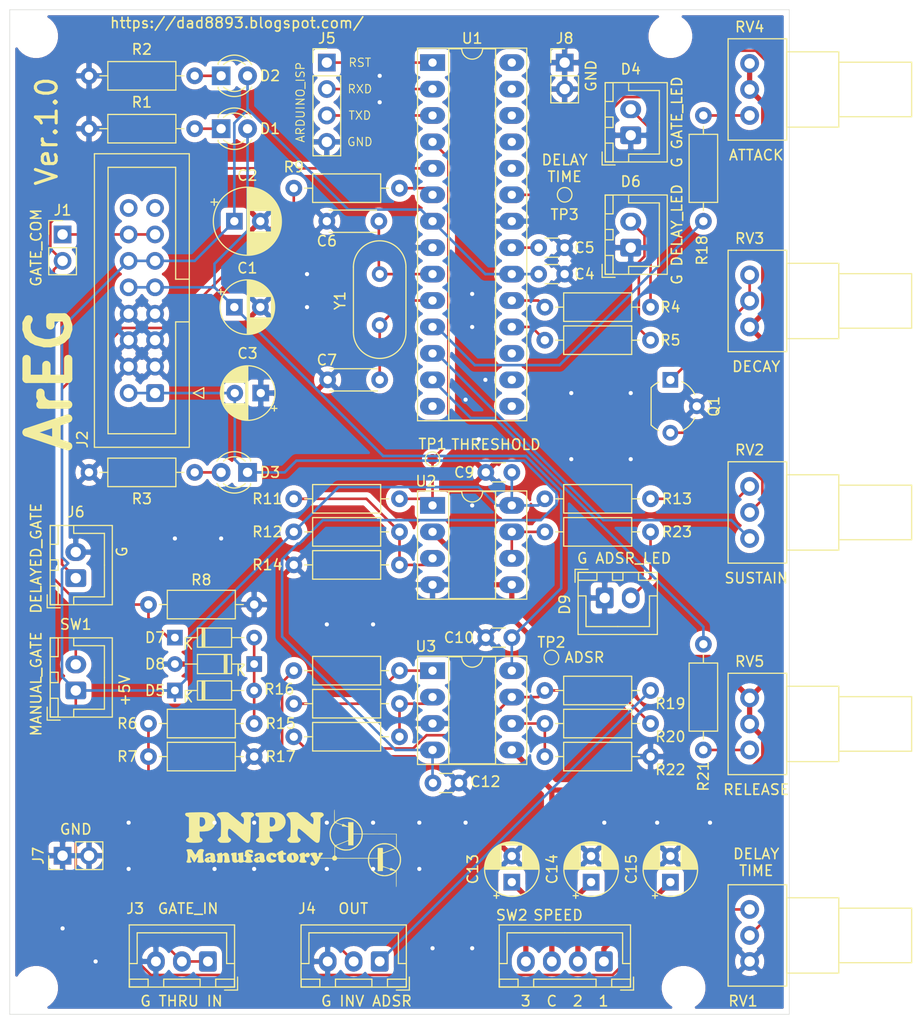
<source format=kicad_pcb>
(kicad_pcb (version 20171130) (host pcbnew "(5.1.10)-1")
  (title_block (title ArEG) (date 2021-12-16) (rev Ver.1.0) (company "PNPN Manufactory"))
  (layers (0 F.Cu signal) (31 B.Cu signal) (34 B.Paste user) (35 F.Paste user) (36 B.SilkS user) (37 F.SilkS user) (38 B.Mask user) (39 F.Mask user) (44 Edge.Cuts user))
  (net 0 "")
  (net 1 GND)
  (net 2 +12V)
  (net 3 +5V)
  (net 4 -12V)
  (net 5 "Net-(C5-Pad2)")
  (net 6 "Net-(C6-Pad2)")
  (net 7 "Net-(C7-Pad1)")
  (net 8 Delay_Time)
  (net 9 "Net-(C13-Pad1)")
  (net 10 "Net-(C14-Pad1)")
  (net 11 "Net-(C15-Pad1)")
  (net 12 "Net-(D1-Pad1)")
  (net 13 "Net-(D2-Pad1)")
  (net 14 "Net-(D3-Pad2)")
  (net 15 "Net-(D4-Pad2)")
  (net 16 "Net-(D5-Pad2)")
  (net 17 "Net-(D6-Pad2)")
  (net 18 Gate_Com)
  (net 19 "Net-(D9-Pad2)")
  (net 20 "Net-(J1-Pad1)")
  (net 21 "Net-(J3-Pad1)")
  (net 22 /TXD)
  (net 23 /RXD)
  (net 24 /RST)
  (net 25 "Net-(Q1-Pad1)")
  (net 26 "Net-(Q1-Pad3)")
  (net 27 Gate_LED)
  (net 28 Delayed_LED)
  (net 29 Delayed_Gate)
  (net 30 "Net-(R11-Pad2)")
  (net 31 Threshold)
  (net 32 "Net-(R13-Pad2)")
  (net 33 "Net-(R15-Pad2)")
  (net 34 "Net-(R15-Pad1)")
  (net 35 "Net-(R17-Pad2)")
  (net 36 Attack)
  (net 37 "Net-(R18-Pad1)")
  (net 38 "Net-(R20-Pad2)")
  (net 39 Release)
  (net 40 "Net-(R21-Pad1)")
  (net 41 "Net-(R23-Pad1)")
  (net 42 Decay)
  (net 43 "Net-(RV3-Pad1)")
  (net 44 /ADSR/ADSR_OUT)
  (net 45 /ADSR/INV_OUT)
  (net 46 "Net-(J6-Pad1)")
  (module myfootprint:Silk_PNPN_Thyristor_1200dpi (layer F.Cu) (at 132.715 126.365)
    (fp_text reference G*** hide)
    (fp_text value LOGO hide)
  )
  (module myfootprint:Silk_PNPN_Manufactory_600dpi (layer F.Cu) (at 122.555 125.095)
    (fp_text reference G*** hide)
    (fp_text value LOGO hide)
  )
  (module MountingHole:MountingHole_3.2mm_M3 (layer F.Cu) (at 163.83 139.7)
    (fp_text reference H4)
    (fp_text value MountingHole)
    (pad 1 np_thru_hole circle (at 0 0) (size 3.2 3.2) (drill 3.2) (layers *.Cu *.Mask))
  )
  (module MountingHole:MountingHole_3.2mm_M3 (layer F.Cu) (at 162.56 48.26)
    (fp_text reference H3)
    (fp_text value MountingHole)
    (pad 1 np_thru_hole circle (at 0 0) (size 3.2 3.2) (drill 3.2) (layers *.Cu *.Mask))
  )
  (module MountingHole:MountingHole_3.2mm_M3 (layer F.Cu) (at 101.6 139.7)
    (fp_text reference H2)
    (fp_text value MountingHole)
    (pad 1 np_thru_hole circle (at 0 0) (size 3.2 3.2) (drill 3.2) (layers *.Cu *.Mask))
  )
  (module MountingHole:MountingHole_3.2mm_M3 (layer F.Cu) (at 101.6 48.26)
    (fp_text reference H1)
    (fp_text value MountingHole)
    (pad 1 np_thru_hole circle (at 0 0) (size 3.2 3.2) (drill 3.2) (layers *.Cu *.Mask))
  )
  (module Package_DIP:DIP-8_W7.62mm_Socket_LongPads (layer F.Cu) (at 139.7 109.22)
    (fp_text reference U3 (at -0.635 -2.33) (layer F.SilkS))
    (fp_text value TL072)
    (pad 8 thru_hole oval (at 7.62 0) (size 2.4 1.6) (drill 0.8) (layers *.Cu *.Mask) (net 2 +12V))
    (pad 4 thru_hole oval (at 0 7.62) (size 2.4 1.6) (drill 0.8) (layers *.Cu *.Mask) (net 4 -12V))
    (pad 7 thru_hole oval (at 7.62 2.54) (size 2.4 1.6) (drill 0.8) (layers *.Cu *.Mask) (net 35 "Net-(R17-Pad2)"))
    (pad 3 thru_hole oval (at 0 5.08) (size 2.4 1.6) (drill 0.8) (layers *.Cu *.Mask) (net 1 GND))
    (pad 6 thru_hole oval (at 7.62 5.08) (size 2.4 1.6) (drill 0.8) (layers *.Cu *.Mask) (net 38 "Net-(R20-Pad2)"))
    (pad 2 thru_hole oval (at 0 2.54) (size 2.4 1.6) (drill 0.8) (layers *.Cu *.Mask) (net 33 "Net-(R15-Pad2)"))
    (pad 5 thru_hole oval (at 7.62 7.62) (size 2.4 1.6) (drill 0.8) (layers *.Cu *.Mask) (net 43 "Net-(RV3-Pad1)"))
    (pad 1 thru_hole rect (at 0 0) (size 2.4 1.6) (drill 0.8) (layers *.Cu *.Mask) (net 34 "Net-(R15-Pad1)"))
  )
  (module Connector_PinHeader_2.54mm:PinHeader_1x02_P2.54mm_Vertical (layer F.Cu) (at 152.4 50.8)
    (fp_text reference J8 (at 0 -2.33) (layer F.SilkS))
    (fp_text value TP_GND)
    (pad 2 thru_hole oval (at 0 2.54) (size 1.7 1.7) (drill 1) (layers *.Cu *.Mask) (net 1 GND))
    (pad 1 thru_hole rect (at 0 0) (size 1.7 1.7) (drill 1) (layers *.Cu *.Mask) (net 1 GND))
  )
  (module Connector_PinHeader_2.54mm:PinHeader_1x02_P2.54mm_Vertical (layer F.Cu) (at 104.14 127 90)
    (fp_text reference J7 (at 0 -2.33 90) (layer F.SilkS))
    (fp_text value TP_GND)
    (pad 2 thru_hole oval (at 0 2.54 90) (size 1.7 1.7) (drill 1) (layers *.Cu *.Mask) (net 1 GND))
    (pad 1 thru_hole rect (at 0 0 90) (size 1.7 1.7) (drill 1) (layers *.Cu *.Mask) (net 1 GND))
  )
  (module TestPoint:TestPoint_Pad_D1.0mm (layer F.Cu) (at 152.4 63.5)
    (fp_text reference TP3 (at 0 1.905) (layer F.SilkS))
    (fp_text value TP_DelayTime)
    (pad 1 smd circle (at 0 0) (size 1 1) (layers F.Cu F.Mask) (net 8 Delay_Time))
  )
  (module TestPoint:TestPoint_Pad_D1.0mm (layer F.Cu) (at 151.13 107.95)
    (fp_text reference TP2 (at 0 -1.448) (layer F.SilkS))
    (fp_text value TP_ADSR)
    (pad 1 smd circle (at 0 0) (size 1 1) (layers F.Cu F.Mask) (net 43 "Net-(RV3-Pad1)"))
  )
  (module TestPoint:TestPoint_Pad_D1.0mm (layer F.Cu) (at 139.7 88.9)
    (fp_text reference TP1 (at 0 -1.448) (layer F.SilkS))
    (fp_text value TP_Threshold)
    (pad 1 smd circle (at 0 0) (size 1 1) (layers F.Cu F.Mask) (net 31 Threshold))
  )
  (module Connector_JST:JST_XH_B2B-XH-A_1x02_P2.50mm_Vertical (layer F.Cu) (at 105.41 100.33 90)
    (fp_text reference J6 (at 6.35 0 180) (layer F.SilkS))
    (fp_text value DELAYED_GATE)
    (pad 2 thru_hole oval (at 2.5 0 90) (size 1.7 2) (drill 1) (layers *.Cu *.Mask) (net 1 GND))
    (pad 1 thru_hole roundrect (at 0 0 90) (size 1.7 2) (drill 1) (layers *.Cu *.Mask) (roundrect_rratio 0.1470588235294118) (net 46 "Net-(J6-Pad1)"))
  )
  (module Connector_JST:JST_XH_B3B-XH-A_1x03_P2.50mm_Vertical (layer F.Cu) (at 134.62 137.16 180)
    (fp_text reference J4 (at 6.985 5.08) (layer F.SilkS))
    (fp_text value OUTPUT)
    (pad 3 thru_hole oval (at 5 0 180) (size 1.7 1.95) (drill 0.95) (layers *.Cu *.Mask) (net 1 GND))
    (pad 2 thru_hole oval (at 2.5 0 180) (size 1.7 1.95) (drill 0.95) (layers *.Cu *.Mask) (net 45 /ADSR/INV_OUT))
    (pad 1 thru_hole roundrect (at 0 0 180) (size 1.7 1.95) (drill 0.95) (layers *.Cu *.Mask) (roundrect_rratio 0.1470588235294118) (net 44 /ADSR/ADSR_OUT))
  )
  (module Package_DIP:DIP-8_W7.62mm_Socket_LongPads (layer F.Cu) (at 139.7 93.345)
    (fp_text reference U2 (at -0.635 -2.33) (layer F.SilkS))
    (fp_text value NJM2904)
    (pad 8 thru_hole oval (at 7.62 0) (size 2.4 1.6) (drill 0.8) (layers *.Cu *.Mask) (net 3 +5V))
    (pad 4 thru_hole oval (at 0 7.62) (size 2.4 1.6) (drill 0.8) (layers *.Cu *.Mask) (net 1 GND))
    (pad 7 thru_hole oval (at 7.62 2.54) (size 2.4 1.6) (drill 0.8) (layers *.Cu *.Mask) (net 41 "Net-(R23-Pad1)"))
    (pad 3 thru_hole oval (at 0 5.08) (size 2.4 1.6) (drill 0.8) (layers *.Cu *.Mask) (net 30 "Net-(R11-Pad2)"))
    (pad 6 thru_hole oval (at 7.62 5.08) (size 2.4 1.6) (drill 0.8) (layers *.Cu *.Mask) (net 41 "Net-(R23-Pad1)"))
    (pad 2 thru_hole oval (at 0 2.54) (size 2.4 1.6) (drill 0.8) (layers *.Cu *.Mask) (net 43 "Net-(RV3-Pad1)"))
    (pad 5 thru_hole oval (at 7.62 7.62) (size 2.4 1.6) (drill 0.8) (layers *.Cu *.Mask) (net 43 "Net-(RV3-Pad1)"))
    (pad 1 thru_hole rect (at 0 0) (size 2.4 1.6) (drill 0.8) (layers *.Cu *.Mask) (net 31 Threshold))
  )
  (module Package_DIP:DIP-28_W7.62mm_Socket_LongPads (layer F.Cu) (at 139.7 50.8)
    (fp_text reference U1 (at 3.81 -2.33) (layer F.SilkS))
    (fp_text value ATmega328-PU)
    (pad 28 thru_hole oval (at 7.62 0) (size 2.4 1.6) (drill 0.8) (layers *.Cu *.Mask))
    (pad 14 thru_hole oval (at 0 33.02) (size 2.4 1.6) (drill 0.8) (layers *.Cu *.Mask))
    (pad 27 thru_hole oval (at 7.62 2.54) (size 2.4 1.6) (drill 0.8) (layers *.Cu *.Mask))
    (pad 13 thru_hole oval (at 0 30.48) (size 2.4 1.6) (drill 0.8) (layers *.Cu *.Mask) (net 39 Release))
    (pad 26 thru_hole oval (at 7.62 5.08) (size 2.4 1.6) (drill 0.8) (layers *.Cu *.Mask))
    (pad 12 thru_hole oval (at 0 27.94) (size 2.4 1.6) (drill 0.8) (layers *.Cu *.Mask) (net 42 Decay))
    (pad 25 thru_hole oval (at 7.62 7.62) (size 2.4 1.6) (drill 0.8) (layers *.Cu *.Mask))
    (pad 11 thru_hole oval (at 0 25.4) (size 2.4 1.6) (drill 0.8) (layers *.Cu *.Mask) (net 36 Attack))
    (pad 24 thru_hole oval (at 7.62 10.16) (size 2.4 1.6) (drill 0.8) (layers *.Cu *.Mask))
    (pad 10 thru_hole oval (at 0 22.86) (size 2.4 1.6) (drill 0.8) (layers *.Cu *.Mask) (net 7 "Net-(C7-Pad1)"))
    (pad 23 thru_hole oval (at 7.62 12.7) (size 2.4 1.6) (drill 0.8) (layers *.Cu *.Mask) (net 8 Delay_Time))
    (pad 9 thru_hole oval (at 0 20.32) (size 2.4 1.6) (drill 0.8) (layers *.Cu *.Mask) (net 6 "Net-(C6-Pad2)"))
    (pad 22 thru_hole oval (at 7.62 15.24) (size 2.4 1.6) (drill 0.8) (layers *.Cu *.Mask) (net 1 GND))
    (pad 8 thru_hole oval (at 0 17.78) (size 2.4 1.6) (drill 0.8) (layers *.Cu *.Mask) (net 1 GND))
    (pad 21 thru_hole oval (at 7.62 17.78) (size 2.4 1.6) (drill 0.8) (layers *.Cu *.Mask) (net 5 "Net-(C5-Pad2)"))
    (pad 7 thru_hole oval (at 0 15.24) (size 2.4 1.6) (drill 0.8) (layers *.Cu *.Mask) (net 3 +5V))
    (pad 20 thru_hole oval (at 7.62 20.32) (size 2.4 1.6) (drill 0.8) (layers *.Cu *.Mask) (net 3 +5V))
    (pad 6 thru_hole oval (at 0 12.7) (size 2.4 1.6) (drill 0.8) (layers *.Cu *.Mask) (net 29 Delayed_Gate))
    (pad 19 thru_hole oval (at 7.62 22.86) (size 2.4 1.6) (drill 0.8) (layers *.Cu *.Mask) (net 27 Gate_LED))
    (pad 5 thru_hole oval (at 0 10.16) (size 2.4 1.6) (drill 0.8) (layers *.Cu *.Mask) (net 18 Gate_Com))
    (pad 18 thru_hole oval (at 7.62 25.4) (size 2.4 1.6) (drill 0.8) (layers *.Cu *.Mask) (net 28 Delayed_LED))
    (pad 4 thru_hole oval (at 0 7.62) (size 2.4 1.6) (drill 0.8) (layers *.Cu *.Mask) (net 31 Threshold))
    (pad 17 thru_hole oval (at 7.62 27.94) (size 2.4 1.6) (drill 0.8) (layers *.Cu *.Mask))
    (pad 3 thru_hole oval (at 0 5.08) (size 2.4 1.6) (drill 0.8) (layers *.Cu *.Mask) (net 22 /TXD))
    (pad 16 thru_hole oval (at 7.62 30.48) (size 2.4 1.6) (drill 0.8) (layers *.Cu *.Mask))
    (pad 2 thru_hole oval (at 0 2.54) (size 2.4 1.6) (drill 0.8) (layers *.Cu *.Mask) (net 23 /RXD))
    (pad 15 thru_hole oval (at 7.62 33.02) (size 2.4 1.6) (drill 0.8) (layers *.Cu *.Mask))
    (pad 1 thru_hole rect (at 0 0) (size 2.4 1.6) (drill 0.8) (layers *.Cu *.Mask) (net 24 /RST))
  )
  (module Connector_JST:JST_XH_B3B-XH-A_1x03_P2.50mm_Vertical (layer F.Cu) (at 118.11 137.16 180)
    (fp_text reference J3 (at 6.985 5.08) (layer F.SilkS))
    (fp_text value GATE_IN)
    (pad 3 thru_hole oval (at 5 0 180) (size 1.7 1.95) (drill 0.95) (layers *.Cu *.Mask) (net 1 GND))
    (pad 2 thru_hole oval (at 2.5 0 180) (size 1.7 1.95) (drill 0.95) (layers *.Cu *.Mask) (net 21 "Net-(J3-Pad1)"))
    (pad 1 thru_hole roundrect (at 0 0 180) (size 1.7 1.95) (drill 0.95) (layers *.Cu *.Mask) (roundrect_rratio 0.1470588235294118) (net 21 "Net-(J3-Pad1)"))
  )
  (module Crystal:Crystal_HC18-U_Vertical (layer F.Cu) (at 134.62 71.12 270)
    (fp_text reference Y1 (at 2.54 3.81 90) (layer F.SilkS))
    (fp_text value 16MHz)
    (pad 2 thru_hole circle (at 4.9 0 270) (size 1.5 1.5) (drill 0.8) (layers *.Cu *.Mask) (net 7 "Net-(C7-Pad1)"))
    (pad 1 thru_hole circle (at 0 0 270) (size 1.5 1.5) (drill 0.8) (layers *.Cu *.Mask) (net 6 "Net-(C6-Pad2)"))
  )
  (module Connector_JST:JST_XH_B4B-XH-A_1x04_P2.50mm_Vertical (layer F.Cu) (at 156.17 137.16 180)
    (fp_text reference SW2 (at 8.85 4.445) (layer F.SilkS))
    (fp_text value Speed)
    (pad 4 thru_hole oval (at 7.5 0 180) (size 1.7 1.95) (drill 0.95) (layers *.Cu *.Mask) (net 9 "Net-(C13-Pad1)"))
    (pad 3 thru_hole oval (at 5 0 180) (size 1.7 1.95) (drill 0.95) (layers *.Cu *.Mask) (net 43 "Net-(RV3-Pad1)"))
    (pad 2 thru_hole oval (at 2.5 0 180) (size 1.7 1.95) (drill 0.95) (layers *.Cu *.Mask) (net 10 "Net-(C14-Pad1)"))
    (pad 1 thru_hole roundrect (at 0 0 180) (size 1.7 1.95) (drill 0.95) (layers *.Cu *.Mask) (roundrect_rratio 0.1470588235294118) (net 11 "Net-(C15-Pad1)"))
  )
  (module Connector_JST:JST_XH_B2B-XH-A_1x02_P2.50mm_Vertical (layer F.Cu) (at 105.41 111.125 90)
    (fp_text reference SW1 (at 6.35 0 180) (layer F.SilkS))
    (fp_text value MANUAL_GATE)
    (pad 2 thru_hole oval (at 2.5 0 90) (size 1.7 2) (drill 1) (layers *.Cu *.Mask) (net 18 Gate_Com))
    (pad 1 thru_hole roundrect (at 0 0 90) (size 1.7 2) (drill 1) (layers *.Cu *.Mask) (roundrect_rratio 0.1470588235294118) (net 3 +5V))
  )
  (module Potentiometer_THT:Potentiometer_Alps_RK09Y11_Single_Horizontal (layer F.Cu) (at 170.18 116.84)
    (fp_text reference RV5 (at 0 -8.5) (layer F.SilkS))
    (fp_text value 50kA)
    (pad 1 thru_hole circle (at 0 0) (size 1.8 1.8) (drill 1) (layers *.Cu *.Mask) (net 40 "Net-(R21-Pad1)"))
    (pad 2 thru_hole circle (at 0 -2.5) (size 1.8 1.8) (drill 1) (layers *.Cu *.Mask) (net 43 "Net-(RV3-Pad1)"))
    (pad 3 thru_hole circle (at 0 -5) (size 1.8 1.8) (drill 1) (layers *.Cu *.Mask) (net 43 "Net-(RV3-Pad1)"))
  )
  (module Potentiometer_THT:Potentiometer_Alps_RK09Y11_Single_Horizontal (layer F.Cu) (at 170.18 55.88)
    (fp_text reference RV4 (at 0 -8.5) (layer F.SilkS))
    (fp_text value 50kA)
    (pad 1 thru_hole circle (at 0 0) (size 1.8 1.8) (drill 1) (layers *.Cu *.Mask) (net 37 "Net-(R18-Pad1)"))
    (pad 2 thru_hole circle (at 0 -2.5) (size 1.8 1.8) (drill 1) (layers *.Cu *.Mask) (net 43 "Net-(RV3-Pad1)"))
    (pad 3 thru_hole circle (at 0 -5) (size 1.8 1.8) (drill 1) (layers *.Cu *.Mask) (net 43 "Net-(RV3-Pad1)"))
  )
  (module Potentiometer_THT:Potentiometer_Alps_RK09Y11_Single_Horizontal (layer F.Cu) (at 170.18 76.2)
    (fp_text reference RV3 (at 0 -8.5) (layer F.SilkS))
    (fp_text value 50k/A)
    (pad 1 thru_hole circle (at 0 0) (size 1.8 1.8) (drill 1) (layers *.Cu *.Mask) (net 43 "Net-(RV3-Pad1)"))
    (pad 2 thru_hole circle (at 0 -2.5) (size 1.8 1.8) (drill 1) (layers *.Cu *.Mask) (net 25 "Net-(Q1-Pad1)"))
    (pad 3 thru_hole circle (at 0 -5) (size 1.8 1.8) (drill 1) (layers *.Cu *.Mask) (net 25 "Net-(Q1-Pad1)"))
  )
  (module Potentiometer_THT:Potentiometer_Alps_RK09Y11_Single_Horizontal (layer F.Cu) (at 170.18 96.52)
    (fp_text reference RV2 (at 0 -8.5) (layer F.SilkS))
    (fp_text value 50k/A)
    (pad 1 thru_hole circle (at 0 0) (size 1.8 1.8) (drill 1) (layers *.Cu *.Mask) (net 42 Decay))
    (pad 2 thru_hole circle (at 0 -2.5) (size 1.8 1.8) (drill 1) (layers *.Cu *.Mask) (net 26 "Net-(Q1-Pad3)"))
    (pad 3 thru_hole circle (at 0 -5) (size 1.8 1.8) (drill 1) (layers *.Cu *.Mask) (net 32 "Net-(R13-Pad2)"))
  )
  (module Potentiometer_THT:Potentiometer_Alps_RK09Y11_Single_Horizontal (layer F.Cu) (at 170.18 137.16)
    (fp_text reference RV1 (at -0.635 3.81) (layer F.SilkS))
    (fp_text value 50k/B)
    (pad 1 thru_hole circle (at 0 0) (size 1.8 1.8) (drill 1) (layers *.Cu *.Mask) (net 1 GND))
    (pad 2 thru_hole circle (at 0 -2.5) (size 1.8 1.8) (drill 1) (layers *.Cu *.Mask) (net 8 Delay_Time))
    (pad 3 thru_hole circle (at 0 -5) (size 1.8 1.8) (drill 1) (layers *.Cu *.Mask) (net 3 +5V))
  )
  (module Resistor_THT:R_Axial_DIN0207_L6.3mm_D2.5mm_P10.16mm_Horizontal (layer F.Cu) (at 150.495 95.885)
    (fp_text reference R23 (at 12.7 0) (layer F.SilkS))
    (fp_text value 1k)
    (pad 2 thru_hole oval (at 10.16 0) (size 1.6 1.6) (drill 0.8) (layers *.Cu *.Mask) (net 19 "Net-(D9-Pad2)"))
    (pad 1 thru_hole circle (at 0 0) (size 1.6 1.6) (drill 0.8) (layers *.Cu *.Mask) (net 41 "Net-(R23-Pad1)"))
  )
  (module Resistor_THT:R_Axial_DIN0207_L6.3mm_D2.5mm_P10.16mm_Horizontal (layer F.Cu) (at 150.495 117.475)
    (fp_text reference R22 (at 12.065 1.27) (layer F.SilkS))
    (fp_text value 100k)
    (pad 2 thru_hole oval (at 10.16 0) (size 1.6 1.6) (drill 0.8) (layers *.Cu *.Mask) (net 1 GND))
    (pad 1 thru_hole circle (at 0 0) (size 1.6 1.6) (drill 0.8) (layers *.Cu *.Mask) (net 38 "Net-(R20-Pad2)"))
  )
  (module Resistor_THT:R_Axial_DIN0207_L6.3mm_D2.5mm_P10.16mm_Horizontal (layer F.Cu) (at 165.735 116.84 90)
    (fp_text reference R21 (at -2.54 0 90) (layer F.SilkS))
    (fp_text value 150)
    (pad 2 thru_hole oval (at 10.16 0 90) (size 1.6 1.6) (drill 0.8) (layers *.Cu *.Mask) (net 39 Release))
    (pad 1 thru_hole circle (at 0 0 90) (size 1.6 1.6) (drill 0.8) (layers *.Cu *.Mask) (net 40 "Net-(R21-Pad1)"))
  )
  (module Resistor_THT:R_Axial_DIN0207_L6.3mm_D2.5mm_P10.16mm_Horizontal (layer F.Cu) (at 160.655 114.3 180)
    (fp_text reference R20 (at -1.905 -1.27) (layer F.SilkS))
    (fp_text value "82k(C&T)")
    (pad 2 thru_hole oval (at 10.16 0 180) (size 1.6 1.6) (drill 0.8) (layers *.Cu *.Mask) (net 38 "Net-(R20-Pad2)"))
    (pad 1 thru_hole circle (at 0 0 180) (size 1.6 1.6) (drill 0.8) (layers *.Cu *.Mask) (net 35 "Net-(R17-Pad2)"))
  )
  (module Resistor_THT:R_Axial_DIN0207_L6.3mm_D2.5mm_P10.16mm_Horizontal (layer F.Cu) (at 160.655 111.125 180)
    (fp_text reference R19 (at -1.905 -1.27) (layer F.SilkS))
    (fp_text value 1k)
    (pad 2 thru_hole oval (at 10.16 0 180) (size 1.6 1.6) (drill 0.8) (layers *.Cu *.Mask) (net 35 "Net-(R17-Pad2)"))
    (pad 1 thru_hole circle (at 0 0 180) (size 1.6 1.6) (drill 0.8) (layers *.Cu *.Mask) (net 44 /ADSR/ADSR_OUT))
  )
  (module Resistor_THT:R_Axial_DIN0207_L6.3mm_D2.5mm_P10.16mm_Horizontal (layer F.Cu) (at 165.735 55.88 270)
    (fp_text reference R18 (at 12.954 0.127 90) (layer F.SilkS))
    (fp_text value 150)
    (pad 2 thru_hole oval (at 10.16 0 270) (size 1.6 1.6) (drill 0.8) (layers *.Cu *.Mask) (net 36 Attack))
    (pad 1 thru_hole circle (at 0 0 270) (size 1.6 1.6) (drill 0.8) (layers *.Cu *.Mask) (net 37 "Net-(R18-Pad1)"))
  )
  (module Resistor_THT:R_Axial_DIN0207_L6.3mm_D2.5mm_P10.16mm_Horizontal (layer F.Cu) (at 136.525 115.57 180)
    (fp_text reference R17 (at 11.43 -1.905) (layer F.SilkS))
    (fp_text value 100k)
    (pad 2 thru_hole oval (at 10.16 0 180) (size 1.6 1.6) (drill 0.8) (layers *.Cu *.Mask) (net 35 "Net-(R17-Pad2)"))
    (pad 1 thru_hole circle (at 0 0 180) (size 1.6 1.6) (drill 0.8) (layers *.Cu *.Mask) (net 33 "Net-(R15-Pad2)"))
  )
  (module Resistor_THT:R_Axial_DIN0207_L6.3mm_D2.5mm_P10.16mm_Horizontal (layer F.Cu) (at 126.365 109.22)
    (fp_text reference R16 (at -1.397 1.778) (layer F.SilkS))
    (fp_text value 1k)
    (pad 2 thru_hole oval (at 10.16 0) (size 1.6 1.6) (drill 0.8) (layers *.Cu *.Mask) (net 34 "Net-(R15-Pad1)"))
    (pad 1 thru_hole circle (at 0 0) (size 1.6 1.6) (drill 0.8) (layers *.Cu *.Mask) (net 45 /ADSR/INV_OUT))
  )
  (module Resistor_THT:R_Axial_DIN0207_L6.3mm_D2.5mm_P10.16mm_Horizontal (layer F.Cu) (at 126.365 112.395)
    (fp_text reference R15 (at -1.27 1.905) (layer F.SilkS))
    (fp_text value 100k)
    (pad 2 thru_hole oval (at 10.16 0) (size 1.6 1.6) (drill 0.8) (layers *.Cu *.Mask) (net 33 "Net-(R15-Pad2)"))
    (pad 1 thru_hole circle (at 0 0) (size 1.6 1.6) (drill 0.8) (layers *.Cu *.Mask) (net 34 "Net-(R15-Pad1)"))
  )
  (module Resistor_THT:R_Axial_DIN0207_L6.3mm_D2.5mm_P10.16mm_Horizontal (layer F.Cu) (at 126.365 99.06)
    (fp_text reference R14 (at -2.54 0) (layer F.SilkS))
    (fp_text value 22k)
    (pad 2 thru_hole oval (at 10.16 0) (size 1.6 1.6) (drill 0.8) (layers *.Cu *.Mask) (net 30 "Net-(R11-Pad2)"))
    (pad 1 thru_hole circle (at 0 0) (size 1.6 1.6) (drill 0.8) (layers *.Cu *.Mask) (net 1 GND))
  )
  (module Resistor_THT:R_Axial_DIN0207_L6.3mm_D2.5mm_P10.16mm_Horizontal (layer F.Cu) (at 150.495 92.71)
    (fp_text reference R13 (at 12.7 0) (layer F.SilkS))
    (fp_text value "22k(C&T)")
    (pad 2 thru_hole oval (at 10.16 0) (size 1.6 1.6) (drill 0.8) (layers *.Cu *.Mask) (net 32 "Net-(R13-Pad2)"))
    (pad 1 thru_hole circle (at 0 0) (size 1.6 1.6) (drill 0.8) (layers *.Cu *.Mask) (net 3 +5V))
  )
  (module Resistor_THT:R_Axial_DIN0207_L6.3mm_D2.5mm_P10.16mm_Horizontal (layer F.Cu) (at 136.525 95.885 180)
    (fp_text reference R12 (at 12.7 0) (layer F.SilkS))
    (fp_text value 12k)
    (pad 2 thru_hole oval (at 10.16 0 180) (size 1.6 1.6) (drill 0.8) (layers *.Cu *.Mask) (net 3 +5V))
    (pad 1 thru_hole circle (at 0 0 180) (size 1.6 1.6) (drill 0.8) (layers *.Cu *.Mask) (net 30 "Net-(R11-Pad2)"))
  )
  (module Resistor_THT:R_Axial_DIN0207_L6.3mm_D2.5mm_P10.16mm_Horizontal (layer F.Cu) (at 136.525 92.71 180)
    (fp_text reference R11 (at 12.7 0) (layer F.SilkS))
    (fp_text value 82k)
    (pad 2 thru_hole oval (at 10.16 0 180) (size 1.6 1.6) (drill 0.8) (layers *.Cu *.Mask) (net 30 "Net-(R11-Pad2)"))
    (pad 1 thru_hole circle (at 0 0 180) (size 1.6 1.6) (drill 0.8) (layers *.Cu *.Mask) (net 31 Threshold))
  )
  (module Resistor_THT:R_Axial_DIN0207_L6.3mm_D2.5mm_P10.16mm_Horizontal (layer F.Cu) (at 126.365 62.865)
    (fp_text reference R9 (at 0 -2.032) (layer F.SilkS))
    (fp_text value 33)
    (pad 2 thru_hole oval (at 10.16 0) (size 1.6 1.6) (drill 0.8) (layers *.Cu *.Mask) (net 29 Delayed_Gate))
    (pad 1 thru_hole circle (at 0 0) (size 1.6 1.6) (drill 0.8) (layers *.Cu *.Mask) (net 46 "Net-(J6-Pad1)"))
  )
  (module Resistor_THT:R_Axial_DIN0207_L6.3mm_D2.5mm_P10.16mm_Horizontal (layer F.Cu) (at 112.395 102.87)
    (fp_text reference R8 (at 5.08 -2.37) (layer F.SilkS))
    (fp_text value 100k)
    (pad 2 thru_hole oval (at 10.16 0) (size 1.6 1.6) (drill 0.8) (layers *.Cu *.Mask) (net 1 GND))
    (pad 1 thru_hole circle (at 0 0) (size 1.6 1.6) (drill 0.8) (layers *.Cu *.Mask) (net 18 Gate_Com))
  )
  (module Resistor_THT:R_Axial_DIN0207_L6.3mm_D2.5mm_P10.16mm_Horizontal (layer F.Cu) (at 122.555 117.475 180)
    (fp_text reference R7 (at 12.192 0) (layer F.SilkS))
    (fp_text value Open)
    (pad 2 thru_hole oval (at 10.16 0 180) (size 1.6 1.6) (drill 0.8) (layers *.Cu *.Mask) (net 21 "Net-(J3-Pad1)"))
    (pad 1 thru_hole circle (at 0 0 180) (size 1.6 1.6) (drill 0.8) (layers *.Cu *.Mask) (net 1 GND))
  )
  (module Resistor_THT:R_Axial_DIN0207_L6.3mm_D2.5mm_P10.16mm_Horizontal (layer F.Cu) (at 112.395 114.3)
    (fp_text reference R6 (at -2.032 0) (layer F.SilkS))
    (fp_text value 4.7k)
    (pad 2 thru_hole oval (at 10.16 0) (size 1.6 1.6) (drill 0.8) (layers *.Cu *.Mask) (net 16 "Net-(D5-Pad2)"))
    (pad 1 thru_hole circle (at 0 0) (size 1.6 1.6) (drill 0.8) (layers *.Cu *.Mask) (net 21 "Net-(J3-Pad1)"))
  )
  (module Resistor_THT:R_Axial_DIN0207_L6.3mm_D2.5mm_P10.16mm_Horizontal (layer F.Cu) (at 160.655 77.47 180)
    (fp_text reference R5 (at -1.905 0) (layer F.SilkS))
    (fp_text value 1k)
    (pad 2 thru_hole oval (at 10.16 0 180) (size 1.6 1.6) (drill 0.8) (layers *.Cu *.Mask) (net 28 Delayed_LED))
    (pad 1 thru_hole circle (at 0 0 180) (size 1.6 1.6) (drill 0.8) (layers *.Cu *.Mask) (net 17 "Net-(D6-Pad2)"))
  )
  (module Resistor_THT:R_Axial_DIN0207_L6.3mm_D2.5mm_P10.16mm_Horizontal (layer F.Cu) (at 160.655 74.295 180)
    (fp_text reference R4 (at -1.905 0) (layer F.SilkS))
    (fp_text value 1k)
    (pad 2 thru_hole oval (at 10.16 0 180) (size 1.6 1.6) (drill 0.8) (layers *.Cu *.Mask) (net 27 Gate_LED))
    (pad 1 thru_hole circle (at 0 0 180) (size 1.6 1.6) (drill 0.8) (layers *.Cu *.Mask) (net 15 "Net-(D4-Pad2)"))
  )
  (module Resistor_THT:R_Axial_DIN0207_L6.3mm_D2.5mm_P10.16mm_Horizontal (layer F.Cu) (at 106.68 90.17)
    (fp_text reference R3 (at 5.08 2.54) (layer F.SilkS))
    (fp_text value 4.7k)
    (pad 2 thru_hole oval (at 10.16 0) (size 1.6 1.6) (drill 0.8) (layers *.Cu *.Mask) (net 14 "Net-(D3-Pad2)"))
    (pad 1 thru_hole circle (at 0 0) (size 1.6 1.6) (drill 0.8) (layers *.Cu *.Mask) (net 1 GND))
  )
  (module Resistor_THT:R_Axial_DIN0207_L6.3mm_D2.5mm_P10.16mm_Horizontal (layer F.Cu) (at 116.84 52.07 180)
    (fp_text reference R2 (at 5.08 2.54) (layer F.SilkS))
    (fp_text value 1k)
    (pad 2 thru_hole oval (at 10.16 0 180) (size 1.6 1.6) (drill 0.8) (layers *.Cu *.Mask) (net 1 GND))
    (pad 1 thru_hole circle (at 0 0 180) (size 1.6 1.6) (drill 0.8) (layers *.Cu *.Mask) (net 13 "Net-(D2-Pad1)"))
  )
  (module Resistor_THT:R_Axial_DIN0207_L6.3mm_D2.5mm_P10.16mm_Horizontal (layer F.Cu) (at 116.84 57.15 180)
    (fp_text reference R1 (at 5.08 2.54) (layer F.SilkS))
    (fp_text value 4.7k)
    (pad 2 thru_hole oval (at 10.16 0 180) (size 1.6 1.6) (drill 0.8) (layers *.Cu *.Mask) (net 1 GND))
    (pad 1 thru_hole circle (at 0 0 180) (size 1.6 1.6) (drill 0.8) (layers *.Cu *.Mask) (net 12 "Net-(D1-Pad1)"))
  )
  (module Package_TO_SOT_THT:TO-92_Wide (layer F.Cu) (at 162.56 81.28 270)
    (fp_text reference Q1 (at 2.55 -4.19 90) (layer F.SilkS))
    (fp_text value 2SA1015)
    (pad 1 thru_hole rect (at 0 0 270) (size 1.5 1.5) (drill 0.8) (layers *.Cu *.Mask) (net 25 "Net-(Q1-Pad1)"))
    (pad 3 thru_hole circle (at 5.08 0 270) (size 1.5 1.5) (drill 0.8) (layers *.Cu *.Mask) (net 26 "Net-(Q1-Pad3)"))
    (pad 2 thru_hole circle (at 2.54 -2.54 270) (size 1.5 1.5) (drill 0.8) (layers *.Cu *.Mask) (net 1 GND))
  )
  (module Connector_PinHeader_2.54mm:PinHeader_1x04_P2.54mm_Vertical (layer F.Cu) (at 129.54 50.8)
    (fp_text reference J5 (at 0 -2.33) (layer F.SilkS))
    (fp_text value ArduinoISP)
    (pad 4 thru_hole oval (at 0 7.62) (size 1.7 1.7) (drill 1) (layers *.Cu *.Mask) (net 1 GND))
    (pad 3 thru_hole oval (at 0 5.08) (size 1.7 1.7) (drill 1) (layers *.Cu *.Mask) (net 22 /TXD))
    (pad 2 thru_hole oval (at 0 2.54) (size 1.7 1.7) (drill 1) (layers *.Cu *.Mask) (net 23 /RXD))
    (pad 1 thru_hole rect (at 0 0) (size 1.7 1.7) (drill 1) (layers *.Cu *.Mask) (net 24 /RST))
  )
  (module Connector_IDC:IDC-Header_2x08_P2.54mm_Vertical (layer F.Cu) (at 113.03 82.55 180)
    (fp_text reference J2 (at 6.985 -4.445 90) (layer F.SilkS))
    (fp_text value ERK_PWR)
    (pad 16 thru_hole circle (at 2.54 17.78 180) (size 1.7 1.7) (drill 1) (layers *.Cu *.Mask))
    (pad 14 thru_hole circle (at 2.54 15.24 180) (size 1.7 1.7) (drill 1) (layers *.Cu *.Mask) (net 20 "Net-(J1-Pad1)"))
    (pad 12 thru_hole circle (at 2.54 12.7 180) (size 1.7 1.7) (drill 1) (layers *.Cu *.Mask) (net 3 +5V))
    (pad 10 thru_hole circle (at 2.54 10.16 180) (size 1.7 1.7) (drill 1) (layers *.Cu *.Mask) (net 2 +12V))
    (pad 8 thru_hole circle (at 2.54 7.62 180) (size 1.7 1.7) (drill 1) (layers *.Cu *.Mask) (net 1 GND))
    (pad 6 thru_hole circle (at 2.54 5.08 180) (size 1.7 1.7) (drill 1) (layers *.Cu *.Mask) (net 1 GND))
    (pad 4 thru_hole circle (at 2.54 2.54 180) (size 1.7 1.7) (drill 1) (layers *.Cu *.Mask) (net 1 GND))
    (pad 2 thru_hole circle (at 2.54 0 180) (size 1.7 1.7) (drill 1) (layers *.Cu *.Mask) (net 4 -12V))
    (pad 15 thru_hole circle (at 0 17.78 180) (size 1.7 1.7) (drill 1) (layers *.Cu *.Mask))
    (pad 13 thru_hole circle (at 0 15.24 180) (size 1.7 1.7) (drill 1) (layers *.Cu *.Mask) (net 20 "Net-(J1-Pad1)"))
    (pad 11 thru_hole circle (at 0 12.7 180) (size 1.7 1.7) (drill 1) (layers *.Cu *.Mask) (net 3 +5V))
    (pad 9 thru_hole circle (at 0 10.16 180) (size 1.7 1.7) (drill 1) (layers *.Cu *.Mask) (net 2 +12V))
    (pad 7 thru_hole circle (at 0 7.62 180) (size 1.7 1.7) (drill 1) (layers *.Cu *.Mask) (net 1 GND))
    (pad 5 thru_hole circle (at 0 5.08 180) (size 1.7 1.7) (drill 1) (layers *.Cu *.Mask) (net 1 GND))
    (pad 3 thru_hole circle (at 0 2.54 180) (size 1.7 1.7) (drill 1) (layers *.Cu *.Mask) (net 1 GND))
    (pad 1 thru_hole roundrect (at 0 0 180) (size 1.7 1.7) (drill 1) (layers *.Cu *.Mask) (roundrect_rratio 0.1470588235294118) (net 4 -12V))
  )
  (module Connector_PinHeader_2.54mm:PinHeader_1x02_P2.54mm_Vertical (layer F.Cu) (at 104.14 67.31)
    (fp_text reference J1 (at 0 -2.33) (layer F.SilkS))
    (fp_text value GATE_ACTIVE)
    (pad 2 thru_hole oval (at 0 2.54) (size 1.7 1.7) (drill 1) (layers *.Cu *.Mask) (net 18 Gate_Com))
    (pad 1 thru_hole rect (at 0 0) (size 1.7 1.7) (drill 1) (layers *.Cu *.Mask) (net 20 "Net-(J1-Pad1)"))
  )
  (module Connector_JST:JST_XH_B2B-XH-A_1x02_P2.50mm_Vertical (layer F.Cu) (at 156.25 102.235)
    (fp_text reference D9 (at -3.85 0.635 90) (layer F.SilkS))
    (fp_text value GREEN)
    (pad 2 thru_hole oval (at 2.5 0) (size 1.7 2) (drill 1) (layers *.Cu *.Mask) (net 19 "Net-(D9-Pad2)"))
    (pad 1 thru_hole roundrect (at 0 0) (size 1.7 2) (drill 1) (layers *.Cu *.Mask) (roundrect_rratio 0.1470588235294118) (net 1 GND))
  )
  (module Diode_THT:D_DO-34_SOD68_P7.62mm_Horizontal (layer F.Cu) (at 122.555 108.585 180)
    (fp_text reference D8 (at 9.525 0) (layer F.SilkS))
    (fp_text value 1N4148)
    (fp_text user K (at 1.27 -0.635) (layer F.SilkS))
    (pad 2 thru_hole oval (at 7.62 0 180) (size 1.5 1.5) (drill 0.75) (layers *.Cu *.Mask) (net 1 GND))
    (pad 1 thru_hole rect (at 0 0 180) (size 1.5 1.5) (drill 0.75) (layers *.Cu *.Mask) (net 16 "Net-(D5-Pad2)"))
  )
  (module Diode_THT:D_DO-34_SOD68_P7.62mm_Horizontal (layer F.Cu) (at 114.935 106.045)
    (fp_text reference D7 (at -1.905 0) (layer F.SilkS))
    (fp_text value 1SS106)
    (fp_text user K (at 1.27 0.635) (layer F.SilkS))
    (pad 2 thru_hole oval (at 7.62 0) (size 1.5 1.5) (drill 0.75) (layers *.Cu *.Mask) (net 16 "Net-(D5-Pad2)"))
    (pad 1 thru_hole rect (at 0 0) (size 1.5 1.5) (drill 0.75) (layers *.Cu *.Mask) (net 18 Gate_Com))
  )
  (module Connector_JST:JST_XH_B2B-XH-A_1x02_P2.50mm_Vertical (layer F.Cu) (at 158.75 68.58 90)
    (fp_text reference D6 (at 6.35 0 180) (layer F.SilkS))
    (fp_text value YELLOW)
    (pad 2 thru_hole oval (at 2.5 0 90) (size 1.7 2) (drill 1) (layers *.Cu *.Mask) (net 17 "Net-(D6-Pad2)"))
    (pad 1 thru_hole roundrect (at 0 0 90) (size 1.7 2) (drill 1) (layers *.Cu *.Mask) (roundrect_rratio 0.1470588235294118) (net 1 GND))
  )
  (module Diode_THT:D_DO-34_SOD68_P7.62mm_Horizontal (layer F.Cu) (at 114.935 111.125)
    (fp_text reference D5 (at -1.905 0) (layer F.SilkS))
    (fp_text value 1N4148)
    (fp_text user K (at 1.27 0.635) (layer F.SilkS))
    (pad 2 thru_hole oval (at 7.62 0) (size 1.5 1.5) (drill 0.75) (layers *.Cu *.Mask) (net 16 "Net-(D5-Pad2)"))
    (pad 1 thru_hole rect (at 0 0) (size 1.5 1.5) (drill 0.75) (layers *.Cu *.Mask) (net 3 +5V))
  )
  (module Connector_JST:JST_XH_B2B-XH-A_1x02_P2.50mm_Vertical (layer F.Cu) (at 158.75 57.785 90)
    (fp_text reference D4 (at 6.35 0 180) (layer F.SilkS))
    (fp_text value RED)
    (pad 2 thru_hole oval (at 2.5 0 90) (size 1.7 2) (drill 1) (layers *.Cu *.Mask) (net 15 "Net-(D4-Pad2)"))
    (pad 1 thru_hole roundrect (at 0 0 90) (size 1.7 2) (drill 1) (layers *.Cu *.Mask) (roundrect_rratio 0.1470588235294118) (net 1 GND))
  )
  (module LED_THT:LED_D3.0mm (layer F.Cu) (at 121.92 90.17 180)
    (fp_text reference D3 (at -2.159 0) (layer F.SilkS))
    (fp_text value BLUE)
    (pad 2 thru_hole circle (at 2.54 0 180) (size 1.8 1.8) (drill 0.9) (layers *.Cu *.Mask) (net 14 "Net-(D3-Pad2)"))
    (pad 1 thru_hole rect (at 0 0 180) (size 1.8 1.8) (drill 0.9) (layers *.Cu *.Mask) (net 4 -12V))
  )
  (module LED_THT:LED_D3.0mm (layer F.Cu) (at 119.38 52.07)
    (fp_text reference D2 (at 4.699 0) (layer F.SilkS))
    (fp_text value GREEN)
    (pad 2 thru_hole circle (at 2.54 0) (size 1.8 1.8) (drill 0.9) (layers *.Cu *.Mask) (net 3 +5V))
    (pad 1 thru_hole rect (at 0 0) (size 1.8 1.8) (drill 0.9) (layers *.Cu *.Mask) (net 13 "Net-(D2-Pad1)"))
  )
  (module LED_THT:LED_D3.0mm (layer F.Cu) (at 119.38 57.15)
    (fp_text reference D1 (at 4.699 0) (layer F.SilkS))
    (fp_text value RED)
    (pad 2 thru_hole circle (at 2.54 0) (size 1.8 1.8) (drill 0.9) (layers *.Cu *.Mask) (net 2 +12V))
    (pad 1 thru_hole rect (at 0 0) (size 1.8 1.8) (drill 0.9) (layers *.Cu *.Mask) (net 12 "Net-(D1-Pad1)"))
  )
  (module Capacitor_THT:CP_Radial_D5.0mm_P2.50mm (layer F.Cu) (at 162.56 129.54 90)
    (fp_text reference C15 (at 1.25 -3.75 90) (layer F.SilkS))
    (fp_text value "1u(C&T)")
    (pad 2 thru_hole circle (at 2.5 0 90) (size 1.6 1.6) (drill 0.8) (layers *.Cu *.Mask) (net 1 GND))
    (pad 1 thru_hole rect (at 0 0 90) (size 1.6 1.6) (drill 0.8) (layers *.Cu *.Mask) (net 11 "Net-(C15-Pad1)"))
  )
  (module Capacitor_THT:CP_Radial_D5.0mm_P2.50mm (layer F.Cu) (at 154.94 129.54 90)
    (fp_text reference C14 (at 1.25 -3.75 90) (layer F.SilkS))
    (fp_text value "4.7u(C&T)")
    (pad 2 thru_hole circle (at 2.5 0 90) (size 1.6 1.6) (drill 0.8) (layers *.Cu *.Mask) (net 1 GND))
    (pad 1 thru_hole rect (at 0 0 90) (size 1.6 1.6) (drill 0.8) (layers *.Cu *.Mask) (net 10 "Net-(C14-Pad1)"))
  )
  (module Capacitor_THT:CP_Radial_D5.0mm_P2.50mm (layer F.Cu) (at 147.32 129.54 90)
    (fp_text reference C13 (at 1.25 -3.75 90) (layer F.SilkS))
    (fp_text value "10u(C&T)")
    (pad 2 thru_hole circle (at 2.5 0 90) (size 1.6 1.6) (drill 0.8) (layers *.Cu *.Mask) (net 1 GND))
    (pad 1 thru_hole rect (at 0 0 90) (size 1.6 1.6) (drill 0.8) (layers *.Cu *.Mask) (net 9 "Net-(C13-Pad1)"))
  )
  (module Capacitor_THT:C_Disc_D3.0mm_W1.6mm_P2.50mm (layer F.Cu) (at 142.24 120.015 180)
    (fp_text reference C12 (at -2.54 0.127) (layer F.SilkS))
    (fp_text value 0.1u)
    (pad 2 thru_hole circle (at 2.5 0 180) (size 1.6 1.6) (drill 0.8) (layers *.Cu *.Mask) (net 4 -12V))
    (pad 1 thru_hole circle (at 0 0 180) (size 1.6 1.6) (drill 0.8) (layers *.Cu *.Mask) (net 1 GND))
  )
  (module Capacitor_THT:C_Disc_D3.0mm_W1.6mm_P2.50mm (layer F.Cu) (at 147.32 106.045 180)
    (fp_text reference C10 (at 5.08 0) (layer F.SilkS))
    (fp_text value 0.1u)
    (pad 2 thru_hole circle (at 2.5 0 180) (size 1.6 1.6) (drill 0.8) (layers *.Cu *.Mask) (net 1 GND))
    (pad 1 thru_hole circle (at 0 0 180) (size 1.6 1.6) (drill 0.8) (layers *.Cu *.Mask) (net 2 +12V))
  )
  (module Capacitor_THT:C_Disc_D3.0mm_W1.6mm_P2.50mm (layer F.Cu) (at 147.32 90.17 180)
    (fp_text reference C9 (at 4.572 0) (layer F.SilkS))
    (fp_text value 0.1u)
    (pad 2 thru_hole circle (at 2.5 0 180) (size 1.6 1.6) (drill 0.8) (layers *.Cu *.Mask) (net 1 GND))
    (pad 1 thru_hole circle (at 0 0 180) (size 1.6 1.6) (drill 0.8) (layers *.Cu *.Mask) (net 3 +5V))
  )
  (module Capacitor_THT:C_Disc_D4.3mm_W1.9mm_P5.00mm (layer F.Cu) (at 134.62 81.28 180)
    (fp_text reference C7 (at 5.08 1.905) (layer F.SilkS))
    (fp_text value 22p)
    (pad 2 thru_hole circle (at 5 0 180) (size 1.6 1.6) (drill 0.8) (layers *.Cu *.Mask) (net 1 GND))
    (pad 1 thru_hole circle (at 0 0 180) (size 1.6 1.6) (drill 0.8) (layers *.Cu *.Mask) (net 7 "Net-(C7-Pad1)"))
  )
  (module Capacitor_THT:C_Disc_D4.3mm_W1.9mm_P5.00mm (layer F.Cu) (at 129.54 66.04)
    (fp_text reference C6 (at 0 1.905) (layer F.SilkS))
    (fp_text value 22p)
    (pad 2 thru_hole circle (at 5 0) (size 1.6 1.6) (drill 0.8) (layers *.Cu *.Mask) (net 6 "Net-(C6-Pad2)"))
    (pad 1 thru_hole circle (at 0 0) (size 1.6 1.6) (drill 0.8) (layers *.Cu *.Mask) (net 1 GND))
  )
  (module Capacitor_THT:C_Disc_D3.0mm_W1.6mm_P2.50mm (layer F.Cu) (at 152.4 68.58 180)
    (fp_text reference C5 (at -1.905 0) (layer F.SilkS))
    (fp_text value 0.1u)
    (pad 2 thru_hole circle (at 2.5 0 180) (size 1.6 1.6) (drill 0.8) (layers *.Cu *.Mask) (net 5 "Net-(C5-Pad2)"))
    (pad 1 thru_hole circle (at 0 0 180) (size 1.6 1.6) (drill 0.8) (layers *.Cu *.Mask) (net 1 GND))
  )
  (module Capacitor_THT:C_Disc_D3.0mm_W1.6mm_P2.50mm (layer F.Cu) (at 152.4 71.12 180)
    (fp_text reference C4 (at -1.905 0) (layer F.SilkS))
    (fp_text value 0.1u)
    (pad 2 thru_hole circle (at 2.5 0 180) (size 1.6 1.6) (drill 0.8) (layers *.Cu *.Mask) (net 3 +5V))
    (pad 1 thru_hole circle (at 0 0 180) (size 1.6 1.6) (drill 0.8) (layers *.Cu *.Mask) (net 1 GND))
  )
  (module Capacitor_THT:CP_Radial_D5.0mm_P2.50mm (layer F.Cu) (at 123.19 82.55 180)
    (fp_text reference C3 (at 1.27 3.81) (layer F.SilkS))
    (fp_text value 47u)
    (pad 2 thru_hole circle (at 2.5 0 180) (size 1.6 1.6) (drill 0.8) (layers *.Cu *.Mask) (net 4 -12V))
    (pad 1 thru_hole rect (at 0 0 180) (size 1.6 1.6) (drill 0.8) (layers *.Cu *.Mask) (net 1 GND))
  )
  (module Capacitor_THT:CP_Radial_D6.3mm_P2.50mm (layer F.Cu) (at 120.65 66.04)
    (fp_text reference C2 (at 1.25 -4.4) (layer F.SilkS))
    (fp_text value 100u)
    (pad 2 thru_hole circle (at 2.5 0) (size 1.6 1.6) (drill 0.8) (layers *.Cu *.Mask) (net 1 GND))
    (pad 1 thru_hole rect (at 0 0) (size 1.6 1.6) (drill 0.8) (layers *.Cu *.Mask) (net 3 +5V))
  )
  (module Capacitor_THT:CP_Radial_D5.0mm_P2.50mm (layer F.Cu) (at 120.65 74.295)
    (fp_text reference C1 (at 1.25 -3.75) (layer F.SilkS))
    (fp_text value 47u)
    (pad 2 thru_hole circle (at 2.5 0) (size 1.6 1.6) (drill 0.8) (layers *.Cu *.Mask) (net 1 GND))
    (pad 1 thru_hole rect (at 0 0) (size 1.6 1.6) (drill 0.8) (layers *.Cu *.Mask) (net 2 +12V))
  )
  (gr_text https://dad8893.blogspot.com/ (at 120.904 46.99) (layer F.SilkS) (effects (font (size 1 1))))
  (gr_text Ver.1.0 (at 102.616 57.404 90) (layer F.SilkS) (effects (font (size 2 2) (thickness 0.3))))
  (gr_text "ArEG\n" (at 102.87 81.28 90) (layer F.SilkS) (effects (font (size 4 4) (thickness 0.8))))
  (gr_text +5V (at 110.109 111.125 90) (layer F.SilkS) (effects (font (size 1 1))))
  (gr_text "DELAY\nTIME" (at 152.4 60.96) (layer F.SilkS) (effects (font (size 1 1))))
  (gr_text GND (at 105.41 124.46) (layer F.SilkS) (effects (font (size 1 1))))
  (gr_text "G THRU IN" (at 115.57 140.97) (layer F.SilkS) (effects (font (size 1 1))))
  (gr_text GATE_IN (at 116.205 132.08) (layer F.SilkS) (effects (font (size 1 1))))
  (gr_text OUT (at 132.08 132.08) (layer F.SilkS) (effects (font (size 1 1))))
  (gr_text "G INV ADSR" (at 133.35 140.97) (layer F.SilkS) (effects (font (size 1 1))))
  (gr_text "3  C  2  1" (at 152.4 140.97) (layer F.SilkS) (effects (font (size 1 1))))
  (gr_text SPEED (at 151.765 132.715) (layer F.SilkS) (effects (font (size 1 1))))
  (gr_text "DELAY\nTIME" (at 170.815 127.635) (layer F.SilkS) (effects (font (size 1 1))))
  (gr_text RELEASE (at 170.815 120.65) (layer F.SilkS) (effects (font (size 1 1))))
  (gr_text SUSTAIN (at 170.815 100.33) (layer F.SilkS) (effects (font (size 1 1))))
  (gr_text DECAY (at 170.815 80.01) (layer F.SilkS) (effects (font (size 1 1))))
  (gr_text ATTACK (at 170.815 59.69) (layer F.SilkS) (effects (font (size 1 1))))
  (gr_text "G DELAY_LED" (at 163.195 67.31 90) (layer F.SilkS) (effects (font (size 1 1))))
  (gr_text "G GATE_LED" (at 163.195 56.515 90) (layer F.SilkS) (effects (font (size 1 1))))
  (gr_text GND (at 154.94 52.07 90) (layer F.SilkS) (effects (font (size 1 1))))
  (gr_text "G ADSR_LED" (at 158.115 98.425) (layer F.SilkS) (effects (font (size 1 1))))
  (gr_text ADSR (at 154.305 107.95) (layer F.SilkS) (effects (font (size 1 1))))
  (gr_text THRESHOLD (at 145.796 87.503) (layer F.SilkS) (effects (font (size 1 1))))
  (gr_text G (at 109.855 97.79 90) (layer F.SilkS) (effects (font (size 1 1))))
  (gr_text DELAYED_GATE (at 101.6 98.425 90) (layer F.SilkS) (effects (font (size 1 1))))
  (gr_text MANUAL_GATE (at 101.6 110.49 90) (layer F.SilkS) (effects (font (size 1 1))))
  (gr_text GATE_COM (at 101.6 68.58 90) (layer F.SilkS) (effects (font (size 1 1))))
  (gr_text ARDUINO_ISP (at 127 54.61 90) (layer F.SilkS) (effects (font (size 0.8 0.8) (thickness 0.1))))
  (gr_text GND (at 132.715 58.42) (layer F.SilkS) (effects (font (size 0.8 0.8) (thickness 0.1))))
  (gr_text TXD (at 132.715 55.88) (layer F.SilkS) (effects (font (size 0.8 0.8) (thickness 0.1))))
  (gr_text RXD (at 132.715 53.34) (layer F.SilkS) (effects (font (size 0.8 0.8) (thickness 0.1))))
  (gr_text RST (at 132.715 50.8) (layer F.SilkS) (effects (font (size 0.8 0.8) (thickness 0.1))))
  (gr_line (start 99.06 45.72) (end 173.99 45.72) (layer Edge.Cuts) (width 0.05))
  (gr_line (start 99.06 142.24) (end 99.06 45.72) (layer Edge.Cuts) (width 0.05))
  (gr_line (start 173.99 142.24) (end 99.06 142.24) (layer Edge.Cuts) (width 0.05))
  (gr_line (start 173.99 45.72) (end 173.99 142.24) (layer Edge.Cuts) (width 0.05))
  (via (at 134.62 52.07) (size 0.8) (drill 0.4) (layers F.Cu B.Cu) (net 1))
  (via (at 134.62 54.61) (size 0.8) (drill 0.4) (layers F.Cu B.Cu) (net 1))
  (via (at 143.51 73.025) (size 0.8) (drill 0.4) (layers F.Cu B.Cu) (net 1))
  (via (at 143.51 76.2) (size 0.8) (drill 0.4) (layers F.Cu B.Cu) (net 1))
  (via (at 144.78 81.28) (size 0.8) (drill 0.4) (layers F.Cu B.Cu) (net 1))
  (via (at 142.875 83.185) (size 0.8) (drill 0.4) (layers F.Cu B.Cu) (net 1))
  (via (at 143.51 93.345) (size 0.8) (drill 0.4) (layers F.Cu B.Cu) (net 1))
  (via (at 144.145 86.995) (size 0.8) (drill 0.4) (layers F.Cu B.Cu) (net 1))
  (via (at 127.635 71.12) (size 0.8) (drill 0.4) (layers F.Cu B.Cu) (net 1))
  (via (at 127.635 74.295) (size 0.8) (drill 0.4) (layers F.Cu B.Cu) (net 1))
  (via (at 114.935 96.52) (size 0.8) (drill 0.4) (layers F.Cu B.Cu) (net 1))
  (via (at 119.38 96.52) (size 0.8) (drill 0.4) (layers F.Cu B.Cu) (net 1))
  (via (at 118.745 123.825) (size 0.8) (drill 0.4) (layers F.Cu B.Cu) (net 1))
  (via (at 122.555 123.825) (size 0.8) (drill 0.4) (layers F.Cu B.Cu) (net 1))
  (via (at 129.54 123.825) (size 0.8) (drill 0.4) (layers F.Cu B.Cu) (net 1))
  (via (at 133.985 123.825) (size 0.8) (drill 0.4) (layers F.Cu B.Cu) (net 1))
  (via (at 118.745 128.27) (size 0.8) (drill 0.4) (layers F.Cu B.Cu) (net 1))
  (via (at 122.555 128.27) (size 0.8) (drill 0.4) (layers F.Cu B.Cu) (net 1))
  (via (at 129.54 128.27) (size 0.8) (drill 0.4) (layers F.Cu B.Cu) (net 1))
  (via (at 133.985 128.27) (size 0.8) (drill 0.4) (layers F.Cu B.Cu) (net 1))
  (via (at 138.43 128.27) (size 0.8) (drill 0.4) (layers F.Cu B.Cu) (net 1))
  (via (at 110.49 123.825) (size 0.8) (drill 0.4) (layers F.Cu B.Cu) (net 1))
  (via (at 110.49 128.27) (size 0.8) (drill 0.4) (layers F.Cu B.Cu) (net 1))
  (via (at 104.14 133.985) (size 0.8) (drill 0.4) (layers F.Cu B.Cu) (net 1))
  (via (at 107.315 137.16) (size 0.8) (drill 0.4) (layers F.Cu B.Cu) (net 1))
  (via (at 139.7 135.89) (size 0.8) (drill 0.4) (layers F.Cu B.Cu) (net 1))
  (via (at 143.51 135.89) (size 0.8) (drill 0.4) (layers F.Cu B.Cu) (net 1))
  (via (at 138.43 123.825) (size 0.8) (drill 0.4) (layers F.Cu B.Cu) (net 1))
  (via (at 142.875 123.825) (size 0.8) (drill 0.4) (layers F.Cu B.Cu) (net 1))
  (via (at 156.21 123.825) (size 0.8) (drill 0.4) (layers F.Cu B.Cu) (net 1))
  (via (at 161.29 123.825) (size 0.8) (drill 0.4) (layers F.Cu B.Cu) (net 1))
  (via (at 166.37 123.825) (size 0.8) (drill 0.4) (layers F.Cu B.Cu) (net 1))
  (via (at 153.035 82.55) (size 0.8) (drill 0.4) (layers F.Cu B.Cu) (net 1))
  (via (at 158.75 82.55) (size 0.8) (drill 0.4) (layers F.Cu B.Cu) (net 1))
  (via (at 153.035 88.9) (size 0.8) (drill 0.4) (layers F.Cu B.Cu) (net 1))
  (via (at 158.75 88.9) (size 0.8) (drill 0.4) (layers F.Cu B.Cu) (net 1))
  (via (at 129.54 104.775) (size 0.8) (drill 0.4) (layers F.Cu B.Cu) (net 1))
  (via (at 133.985 104.775) (size 0.8) (drill 0.4) (layers F.Cu B.Cu) (net 1))
  (segment (start 110.49 72.39) (end 113.03 72.39) (width 0.25) (layer B.Cu) (net 2))
  (segment (start 118.745 72.39) (end 120.65 74.295) (width 0.25) (layer B.Cu) (net 2))
  (segment (start 113.03 72.39) (end 118.745 72.39) (width 0.25) (layer B.Cu) (net 2))
  (segment (start 121.92 66.955002) (end 118.745 70.130002) (width 0.25) (layer B.Cu) (net 2))
  (segment (start 121.92 57.15) (end 121.92 66.955002) (width 0.25) (layer B.Cu) (net 2))
  (segment (start 118.745 70.130002) (end 118.745 72.39) (width 0.25) (layer B.Cu) (net 2))
  (segment (start 147.32 109.22) (end 147.32 106.045) (width 0.25) (layer B.Cu) (net 2))
  (segment (start 134.949989 88.594989) (end 120.65 74.295) (width 0.25) (layer B.Cu) (net 2))
  (segment (start 148.681401 88.594989) (end 134.949989 88.594989) (width 0.25) (layer B.Cu) (net 2))
  (segment (start 152.07001 91.983598) (end 148.681401 88.594989) (width 0.25) (layer B.Cu) (net 2))
  (segment (start 152.07001 101.29499) (end 152.07001 91.983598) (width 0.25) (layer B.Cu) (net 2))
  (segment (start 147.32 106.045) (end 152.07001 101.29499) (width 0.25) (layer B.Cu) (net 2))
  (segment (start 110.49 69.85) (end 113.03 69.85) (width 0.25) (layer B.Cu) (net 3))
  (segment (start 116.84 69.85) (end 120.65 66.04) (width 0.25) (layer B.Cu) (net 3))
  (segment (start 113.03 69.85) (end 116.84 69.85) (width 0.25) (layer B.Cu) (net 3))
  (segment (start 121.92 55.336998) (end 121.92 52.07) (width 0.25) (layer B.Cu) (net 3))
  (segment (start 120.65 56.606998) (end 121.92 55.336998) (width 0.25) (layer B.Cu) (net 3))
  (segment (start 120.65 66.04) (end 120.65 56.606998) (width 0.25) (layer B.Cu) (net 3))
  (segment (start 144.78 71.12) (end 139.7 66.04) (width 0.25) (layer B.Cu) (net 3))
  (segment (start 147.32 71.12) (end 144.78 71.12) (width 0.25) (layer B.Cu) (net 3))
  (segment (start 147.32 71.12) (end 149.9 71.12) (width 0.25) (layer B.Cu) (net 3))
  (segment (start 105.41 111.125) (end 114.935 111.125) (width 0.25) (layer B.Cu) (net 3))
  (segment (start 116.010001 106.239999) (end 126.365 95.885) (width 0.25) (layer B.Cu) (net 3))
  (segment (start 116.010001 110.049999) (end 116.010001 106.239999) (width 0.25) (layer B.Cu) (net 3))
  (segment (start 114.935 111.125) (end 116.010001 110.049999) (width 0.25) (layer B.Cu) (net 3))
  (segment (start 149.86 93.345) (end 150.495 92.71) (width 0.25) (layer B.Cu) (net 3))
  (segment (start 147.32 93.345) (end 149.86 93.345) (width 0.25) (layer B.Cu) (net 3))
  (segment (start 147.32 90.17) (end 147.32 93.345) (width 0.25) (layer B.Cu) (net 3))
  (segment (start 144.109999 91.584999) (end 130.665001 91.584999) (width 0.25) (layer B.Cu) (net 3))
  (segment (start 145.87 93.345) (end 144.109999 91.584999) (width 0.25) (layer B.Cu) (net 3))
  (segment (start 130.665001 91.584999) (end 126.365 95.885) (width 0.25) (layer B.Cu) (net 3))
  (segment (start 147.32 93.345) (end 145.87 93.345) (width 0.25) (layer B.Cu) (net 3))
  (segment (start 138.574999 64.914999) (end 131.589999 64.914999) (width 0.25) (layer B.Cu) (net 3))
  (segment (start 139.7 66.04) (end 138.574999 64.914999) (width 0.25) (layer B.Cu) (net 3))
  (segment (start 131.589999 64.914999) (end 121.92 55.245) (width 0.25) (layer B.Cu) (net 3))
  (segment (start 114.935 112.125) (end 114.935 111.125) (width 0.25) (layer B.Cu) (net 3))
  (segment (start 104.08499 76.25501) (end 110.49 69.85) (width 0.25) (layer B.Cu) (net 3))
  (segment (start 104.08499 98.316705) (end 104.08499 76.25501) (width 0.25) (layer B.Cu) (net 3))
  (segment (start 104.672548 98.904263) (end 104.08499 98.316705) (width 0.25) (layer B.Cu) (net 3))
  (segment (start 104.08499 99.49182) (end 104.672548 98.904263) (width 0.25) (layer B.Cu) (net 3))
  (segment (start 104.08499 109.79999) (end 104.08499 99.49182) (width 0.25) (layer B.Cu) (net 3))
  (segment (start 105.41 111.125) (end 104.08499 109.79999) (width 0.25) (layer B.Cu) (net 3))
  (segment (start 105.41 131.246715) (end 105.41 111.125) (width 0.25) (layer F.Cu) (net 3))
  (segment (start 112.623295 138.46001) (end 105.41 131.246715) (width 0.25) (layer F.Cu) (net 3))
  (segment (start 157.00818 138.46001) (end 112.623295 138.46001) (width 0.25) (layer F.Cu) (net 3))
  (segment (start 163.30819 132.16) (end 157.00818 138.46001) (width 0.25) (layer F.Cu) (net 3))
  (segment (start 170.18 132.16) (end 163.30819 132.16) (width 0.25) (layer F.Cu) (net 3))
  (segment (start 110.49 82.55) (end 113.03 82.55) (width 0.25) (layer B.Cu) (net 4))
  (segment (start 113.03 82.55) (end 120.69 82.55) (width 0.25) (layer B.Cu) (net 4))
  (segment (start 120.69 88.94) (end 121.92 90.17) (width 0.25) (layer B.Cu) (net 4))
  (segment (start 120.69 82.55) (end 120.69 88.94) (width 0.25) (layer B.Cu) (net 4))
  (segment (start 125.239999 105.950001) (end 136.129998 116.84) (width 0.25) (layer B.Cu) (net 4))
  (segment (start 125.239999 98.519999) (end 125.239999 105.950001) (width 0.25) (layer B.Cu) (net 4))
  (segment (start 126.905001 97.010001) (end 126.749997 97.010001) (width 0.25) (layer B.Cu) (net 4))
  (segment (start 129.155003 94.759999) (end 126.905001 97.010001) (width 0.25) (layer B.Cu) (net 4))
  (segment (start 150.110003 94.759999) (end 129.155003 94.759999) (width 0.25) (layer B.Cu) (net 4))
  (segment (start 151.620001 93.250001) (end 150.110003 94.759999) (width 0.25) (layer B.Cu) (net 4))
  (segment (start 136.129998 116.84) (end 139.7 116.84) (width 0.25) (layer B.Cu) (net 4))
  (segment (start 151.620001 92.169999) (end 151.620001 93.250001) (width 0.25) (layer B.Cu) (net 4))
  (segment (start 126.615003 89.044999) (end 148.495001 89.044999) (width 0.25) (layer B.Cu) (net 4))
  (segment (start 126.749997 97.010001) (end 125.239999 98.519999) (width 0.25) (layer B.Cu) (net 4))
  (segment (start 148.495001 89.044999) (end 151.620001 92.169999) (width 0.25) (layer B.Cu) (net 4))
  (segment (start 125.490002 90.17) (end 126.615003 89.044999) (width 0.25) (layer B.Cu) (net 4))
  (segment (start 121.92 90.17) (end 125.490002 90.17) (width 0.25) (layer B.Cu) (net 4))
  (segment (start 139.7 119.975) (end 139.74 120.015) (width 0.25) (layer B.Cu) (net 4))
  (segment (start 139.7 116.84) (end 139.7 119.975) (width 0.25) (layer B.Cu) (net 4))
  (segment (start 147.32 68.58) (end 149.9 68.58) (width 0.25) (layer F.Cu) (net 5))
  (segment (start 134.54 71.04) (end 134.62 71.12) (width 0.25) (layer F.Cu) (net 6))
  (segment (start 134.54 66.04) (end 134.54 71.04) (width 0.25) (layer F.Cu) (net 6))
  (segment (start 134.62 71.12) (end 139.7 71.12) (width 0.25) (layer F.Cu) (net 6))
  (segment (start 134.62 81.28) (end 134.62 76.02) (width 0.25) (layer F.Cu) (net 7))
  (segment (start 136.98 73.66) (end 134.62 76.02) (width 0.25) (layer F.Cu) (net 7))
  (segment (start 139.7 73.66) (end 136.98 73.66) (width 0.25) (layer F.Cu) (net 7))
  (segment (start 147.32 63.5) (end 152.4 63.5) (width 0.25) (layer F.Cu) (net 8))
  (segment (start 163.06001 54.10999) (end 158.113295 54.10999) (width 0.25) (layer F.Cu) (net 8))
  (segment (start 158.113295 54.10999) (end 152.4 59.823285) (width 0.25) (layer F.Cu) (net 8))
  (segment (start 167.515001 49.654999) (end 163.06001 54.10999) (width 0.25) (layer F.Cu) (net 8))
  (segment (start 170.768001 49.654999) (end 167.515001 49.654999) (width 0.25) (layer F.Cu) (net 8))
  (segment (start 152.4 59.823285) (end 152.4 63.5) (width 0.25) (layer F.Cu) (net 8))
  (segment (start 172.555021 51.442019) (end 170.768001 49.654999) (width 0.25) (layer F.Cu) (net 8))
  (segment (start 172.555021 132.284979) (end 172.555021 51.442019) (width 0.25) (layer F.Cu) (net 8))
  (segment (start 170.18 134.66) (end 172.555021 132.284979) (width 0.25) (layer F.Cu) (net 8))
  (segment (start 148.67 130.89) (end 147.32 129.54) (width 0.5) (layer F.Cu) (net 9))
  (segment (start 148.67 137.16) (end 148.67 130.89) (width 0.5) (layer F.Cu) (net 9))
  (segment (start 153.67 130.81) (end 154.94 129.54) (width 0.5) (layer F.Cu) (net 10))
  (segment (start 153.67 137.16) (end 153.67 130.81) (width 0.5) (layer F.Cu) (net 10))
  (segment (start 156.17 135.93) (end 162.56 129.54) (width 0.5) (layer F.Cu) (net 11))
  (segment (start 156.17 137.16) (end 156.17 135.93) (width 0.5) (layer F.Cu) (net 11))
  (segment (start 116.84 57.15) (end 119.38 57.15) (width 0.25) (layer F.Cu) (net 12))
  (segment (start 116.84 52.07) (end 119.38 52.07) (width 0.25) (layer F.Cu) (net 13))
  (segment (start 116.84 90.17) (end 119.38 90.17) (width 0.25) (layer F.Cu) (net 14))
  (segment (start 160.655 57.19) (end 158.75 55.285) (width 0.25) (layer F.Cu) (net 15))
  (segment (start 160.655 74.295) (end 160.655 57.19) (width 0.25) (layer F.Cu) (net 15))
  (segment (start 122.555 106.045) (end 122.555 108.585) (width 0.25) (layer F.Cu) (net 16))
  (segment (start 122.555 108.585) (end 122.555 111.125) (width 0.25) (layer F.Cu) (net 16))
  (segment (start 122.555 111.125) (end 122.555 114.3) (width 0.25) (layer F.Cu) (net 16))
  (segment (start 160.07501 67.40501) (end 158.75 66.08) (width 0.25) (layer F.Cu) (net 17))
  (segment (start 160.07501 69.41818) (end 160.07501 67.40501) (width 0.25) (layer F.Cu) (net 17))
  (segment (start 159.529999 69.963191) (end 160.07501 69.41818) (width 0.25) (layer F.Cu) (net 17))
  (segment (start 159.529999 76.344999) (end 159.529999 69.963191) (width 0.25) (layer F.Cu) (net 17))
  (segment (start 160.655 77.47) (end 159.529999 76.344999) (width 0.25) (layer F.Cu) (net 17))
  (segment (start 102.964999 68.674999) (end 104.14 69.85) (width 0.25) (layer F.Cu) (net 18))
  (segment (start 102.964999 66.199999) (end 102.964999 68.674999) (width 0.25) (layer F.Cu) (net 18))
  (segment (start 108.204998 60.96) (end 102.964999 66.199999) (width 0.25) (layer F.Cu) (net 18))
  (segment (start 139.7 60.96) (end 108.204998 60.96) (width 0.25) (layer F.Cu) (net 18))
  (segment (start 103.290001 100.373191) (end 105.78681 102.87) (width 0.25) (layer F.Cu) (net 18))
  (segment (start 103.290001 70.699999) (end 103.290001 100.373191) (width 0.25) (layer F.Cu) (net 18))
  (segment (start 104.14 69.85) (end 103.290001 70.699999) (width 0.25) (layer F.Cu) (net 18))
  (segment (start 105.41 103.505) (end 106.045 102.87) (width 0.25) (layer F.Cu) (net 18))
  (segment (start 105.41 108.625) (end 105.41 103.505) (width 0.25) (layer F.Cu) (net 18))
  (segment (start 106.045 102.87) (end 112.395 102.87) (width 0.25) (layer F.Cu) (net 18))
  (segment (start 105.78681 102.87) (end 106.045 102.87) (width 0.25) (layer F.Cu) (net 18))
  (segment (start 112.395 102.87) (end 112.395 104.14) (width 0.25) (layer F.Cu) (net 18))
  (segment (start 114.3 106.045) (end 114.935 106.045) (width 0.25) (layer F.Cu) (net 18))
  (segment (start 112.395 104.14) (end 114.3 106.045) (width 0.25) (layer F.Cu) (net 18))
  (segment (start 160.655 100.33) (end 158.75 102.235) (width 0.25) (layer F.Cu) (net 19))
  (segment (start 160.655 95.885) (end 160.655 100.33) (width 0.25) (layer F.Cu) (net 19))
  (segment (start 110.49 67.31) (end 113.03 67.31) (width 0.25) (layer F.Cu) (net 20))
  (segment (start 110.49 67.31) (end 104.14 67.31) (width 0.25) (layer F.Cu) (net 20))
  (segment (start 112.395 114.3) (end 112.395 117.475) (width 0.25) (layer F.Cu) (net 21))
  (segment (start 112.395 133.945) (end 115.61 137.16) (width 0.25) (layer F.Cu) (net 21))
  (segment (start 112.395 117.475) (end 112.395 133.945) (width 0.25) (layer F.Cu) (net 21))
  (segment (start 115.61 137.16) (end 118.11 137.16) (width 0.25) (layer F.Cu) (net 21))
  (segment (start 129.54 55.88) (end 139.7 55.88) (width 0.25) (layer F.Cu) (net 22))
  (segment (start 129.54 53.34) (end 139.7 53.34) (width 0.25) (layer F.Cu) (net 23))
  (segment (start 129.54 50.8) (end 139.7 50.8) (width 0.25) (layer F.Cu) (net 24))
  (segment (start 162.6 81.28) (end 170.18 73.7) (width 0.25) (layer F.Cu) (net 25))
  (segment (start 162.56 81.28) (end 162.6 81.28) (width 0.25) (layer F.Cu) (net 25))
  (segment (start 170.18 73.7) (end 170.18 71.2) (width 0.25) (layer F.Cu) (net 25))
  (segment (start 166.833002 86.36) (end 162.56 86.36) (width 0.25) (layer F.Cu) (net 26))
  (segment (start 171.405001 90.931999) (end 166.833002 86.36) (width 0.25) (layer F.Cu) (net 26))
  (segment (start 171.405001 92.794999) (end 171.405001 90.931999) (width 0.25) (layer F.Cu) (net 26))
  (segment (start 170.18 94.02) (end 171.405001 92.794999) (width 0.25) (layer F.Cu) (net 26))
  (segment (start 149.86 73.66) (end 150.495 74.295) (width 0.25) (layer F.Cu) (net 27))
  (segment (start 147.32 73.66) (end 149.86 73.66) (width 0.25) (layer F.Cu) (net 27))
  (segment (start 149.225 76.2) (end 150.495 77.47) (width 0.25) (layer F.Cu) (net 28))
  (segment (start 147.32 76.2) (end 149.225 76.2) (width 0.25) (layer F.Cu) (net 28))
  (segment (start 139.065 62.865) (end 139.7 63.5) (width 0.25) (layer F.Cu) (net 29))
  (segment (start 136.525 62.865) (end 139.065 62.865) (width 0.25) (layer F.Cu) (net 29))
  (segment (start 133.35 92.71) (end 136.525 95.885) (width 0.25) (layer F.Cu) (net 30))
  (segment (start 126.365 92.71) (end 133.35 92.71) (width 0.25) (layer F.Cu) (net 30))
  (segment (start 136.525 95.885) (end 136.525 99.06) (width 0.25) (layer F.Cu) (net 30))
  (segment (start 139.065 99.06) (end 139.7 98.425) (width 0.25) (layer F.Cu) (net 30))
  (segment (start 136.525 99.06) (end 139.065 99.06) (width 0.25) (layer F.Cu) (net 30))
  (segment (start 139.065 92.71) (end 139.7 93.345) (width 0.25) (layer F.Cu) (net 31))
  (segment (start 136.525 92.71) (end 139.065 92.71) (width 0.25) (layer F.Cu) (net 31))
  (segment (start 139.7 93.345) (end 139.7 88.9) (width 0.25) (layer F.Cu) (net 31))
  (segment (start 141.22501 59.94501) (end 139.7 58.42) (width 0.25) (layer F.Cu) (net 31))
  (segment (start 141.22501 87.37499) (end 141.22501 59.94501) (width 0.25) (layer F.Cu) (net 31))
  (segment (start 139.7 88.9) (end 141.22501 87.37499) (width 0.25) (layer F.Cu) (net 31))
  (segment (start 168.99 92.71) (end 170.18 91.52) (width 0.25) (layer F.Cu) (net 32))
  (segment (start 160.655 92.71) (end 168.99 92.71) (width 0.25) (layer F.Cu) (net 32))
  (segment (start 139.065 112.395) (end 139.7 111.76) (width 0.25) (layer F.Cu) (net 33))
  (segment (start 136.525 112.395) (end 139.065 112.395) (width 0.25) (layer F.Cu) (net 33))
  (segment (start 136.525 115.57) (end 136.525 112.395) (width 0.25) (layer F.Cu) (net 33))
  (segment (start 133.35 112.395) (end 136.525 109.22) (width 0.25) (layer F.Cu) (net 34))
  (segment (start 126.365 112.395) (end 133.35 112.395) (width 0.25) (layer F.Cu) (net 34))
  (segment (start 136.525 109.22) (end 139.7 109.22) (width 0.25) (layer F.Cu) (net 34))
  (segment (start 139.123986 115.42501) (end 143.65499 115.42501) (width 0.25) (layer F.Cu) (net 35))
  (segment (start 143.65499 115.42501) (end 147.32 111.76) (width 0.25) (layer F.Cu) (net 35))
  (segment (start 137.853995 116.695001) (end 139.123986 115.42501) (width 0.25) (layer F.Cu) (net 35))
  (segment (start 127.490001 116.695001) (end 137.853995 116.695001) (width 0.25) (layer F.Cu) (net 35))
  (segment (start 126.365 115.57) (end 127.490001 116.695001) (width 0.25) (layer F.Cu) (net 35))
  (segment (start 149.86 111.76) (end 150.495 111.125) (width 0.25) (layer F.Cu) (net 35))
  (segment (start 147.32 111.76) (end 149.86 111.76) (width 0.25) (layer F.Cu) (net 35))
  (segment (start 157.48 111.125) (end 160.655 114.3) (width 0.25) (layer F.Cu) (net 35))
  (segment (start 150.495 111.125) (end 157.48 111.125) (width 0.25) (layer F.Cu) (net 35))
  (segment (start 151.90999 79.86501) (end 165.735 66.04) (width 0.25) (layer B.Cu) (net 36))
  (segment (start 143.76501 79.86501) (end 151.90999 79.86501) (width 0.25) (layer B.Cu) (net 36))
  (segment (start 140.1 76.2) (end 143.76501 79.86501) (width 0.25) (layer B.Cu) (net 36))
  (segment (start 139.7 76.2) (end 140.1 76.2) (width 0.25) (layer B.Cu) (net 36))
  (segment (start 165.735 55.88) (end 170.18 55.88) (width 0.25) (layer F.Cu) (net 37))
  (segment (start 147.32 114.3) (end 150.495 114.3) (width 0.25) (layer F.Cu) (net 38))
  (segment (start 150.495 114.3) (end 150.495 116.84) (width 0.25) (layer F.Cu) (net 38))
  (segment (start 150.495 116.84) (end 150.495 117.475) (width 0.25) (layer F.Cu) (net 38))
  (segment (start 140.730002 81.28) (end 139.7 81.28) (width 0.25) (layer F.Cu) (net 39))
  (segment (start 165.735 106.68) (end 165.735 106.284998) (width 0.25) (layer F.Cu) (net 39))
  (segment (start 165.735 105.012178) (end 165.735 106.68) (width 0.25) (layer B.Cu) (net 39))
  (segment (start 145.667832 84.94501) (end 165.735 105.012178) (width 0.25) (layer B.Cu) (net 39))
  (segment (start 143.36501 84.94501) (end 145.667832 84.94501) (width 0.25) (layer B.Cu) (net 39))
  (segment (start 139.7 81.28) (end 143.36501 84.94501) (width 0.25) (layer B.Cu) (net 39))
  (segment (start 165.735 116.84) (end 170.18 116.84) (width 0.25) (layer F.Cu) (net 40))
  (segment (start 147.32 98.425) (end 147.32 95.885) (width 0.25) (layer F.Cu) (net 41))
  (segment (start 147.32 95.885) (end 150.495 95.885) (width 0.25) (layer F.Cu) (net 41))
  (segment (start 139.7 78.74) (end 140.248996 78.74) (width 0.25) (layer F.Cu) (net 42))
  (segment (start 168.419999 94.759999) (end 170.18 96.52) (width 0.25) (layer B.Cu) (net 42))
  (segment (start 156.119999 94.759999) (end 168.419999 94.759999) (width 0.25) (layer B.Cu) (net 42))
  (segment (start 140.1 78.74) (end 156.119999 94.759999) (width 0.25) (layer B.Cu) (net 42))
  (segment (start 139.7 78.74) (end 140.1 78.74) (width 0.25) (layer B.Cu) (net 42))
  (segment (start 170.18 114.34) (end 170.18 111.84) (width 0.5) (layer F.Cu) (net 43))
  (segment (start 171.530001 54.730001) (end 170.18 53.38) (width 0.5) (layer F.Cu) (net 43))
  (segment (start 171.530001 74.849999) (end 171.530001 54.730001) (width 0.5) (layer F.Cu) (net 43))
  (segment (start 170.18 76.2) (end 171.530001 74.849999) (width 0.5) (layer F.Cu) (net 43))
  (segment (start 170.18 53.38) (end 170.18 50.88) (width 0.5) (layer F.Cu) (net 43))
  (segment (start 171.530001 115.690001) (end 170.18 114.34) (width 0.5) (layer F.Cu) (net 43))
  (segment (start 171.530001 117.488001) (end 171.530001 115.690001) (width 0.5) (layer F.Cu) (net 43))
  (segment (start 147.32 116.84) (end 149.205001 118.725001) (width 0.5) (layer F.Cu) (net 43))
  (segment (start 166.29 107.95) (end 170.18 111.84) (width 0.5) (layer F.Cu) (net 43))
  (segment (start 151.13 107.95) (end 166.29 107.95) (width 0.5) (layer F.Cu) (net 43))
  (segment (start 147.32 104.14) (end 151.13 107.95) (width 0.5) (layer F.Cu) (net 43))
  (segment (start 147.32 100.965) (end 147.32 104.14) (width 0.5) (layer F.Cu) (net 43))
  (segment (start 144.78 100.965) (end 139.7 95.885) (width 0.5) (layer F.Cu) (net 43))
  (segment (start 147.32 100.965) (end 144.78 100.965) (width 0.5) (layer F.Cu) (net 43))
  (segment (start 151.17 120.69) (end 149.205001 118.725001) (width 0.5) (layer F.Cu) (net 43))
  (segment (start 151.17 137.16) (end 151.17 120.69) (width 0.5) (layer F.Cu) (net 43))
  (segment (start 168.328002 120.69) (end 171.530001 117.488001) (width 0.5) (layer F.Cu) (net 43))
  (segment (start 151.17 120.69) (end 168.328002 120.69) (width 0.5) (layer F.Cu) (net 43))
  (segment (start 171.980011 110.039989) (end 171.980011 78.000011) (width 0.5) (layer F.Cu) (net 43))
  (segment (start 171.980011 78.000011) (end 170.18 76.2) (width 0.5) (layer F.Cu) (net 43))
  (segment (start 170.18 111.84) (end 171.980011 110.039989) (width 0.5) (layer F.Cu) (net 43))
  (segment (start 134.62 137.16) (end 160.655 111.125) (width 0.25) (layer B.Cu) (net 44))
  (segment (start 125.239999 110.345001) (end 126.365 109.22) (width 0.25) (layer F.Cu) (net 45))
  (segment (start 125.239999 130.279999) (end 125.239999 110.345001) (width 0.25) (layer F.Cu) (net 45))
  (segment (start 132.12 137.16) (end 125.239999 130.279999) (width 0.25) (layer F.Cu) (net 45))
  (segment (start 104.08499 82.136008) (end 104.08499 99.00499) (width 0.25) (layer F.Cu) (net 46))
  (segment (start 104.08499 99.00499) (end 105.41 100.33) (width 0.25) (layer F.Cu) (net 46))
  (segment (start 109.925999 76.294999) (end 104.08499 82.136008) (width 0.25) (layer F.Cu) (net 46))
  (segment (start 114.560003 76.294999) (end 109.925999 76.294999) (width 0.25) (layer F.Cu) (net 46))
  (segment (start 126.365 64.490002) (end 114.560003 76.294999) (width 0.25) (layer F.Cu) (net 46))
  (segment (start 126.365 62.865) (end 126.365 64.490002) (width 0.25) (layer F.Cu) (net 46))
  (zone (net 1) (net_name GND) (layer B.Cu) (connect_pads (clearance 0.508)) (min_thickness 0.254) (fill yes (arc_segments 32) (thermal_gap 0.508) (thermal_bridge_width 0.508))
    (polygon (pts (xy 173.99 142.24) (xy 99.06 142.24) (xy 99.06 45.72) (xy 173.99 45.72)))
  )
  (zone (net 1) (net_name GND) (layer F.Cu) (connect_pads (clearance 0.508)) (min_thickness 0.254) (fill yes (arc_segments 32) (thermal_gap 0.508) (thermal_bridge_width 0.508))
    (polygon (pts (xy 173.99 142.24) (xy 99.06 142.24) (xy 99.06 45.72) (xy 173.99 45.085)))
  )
)
</source>
